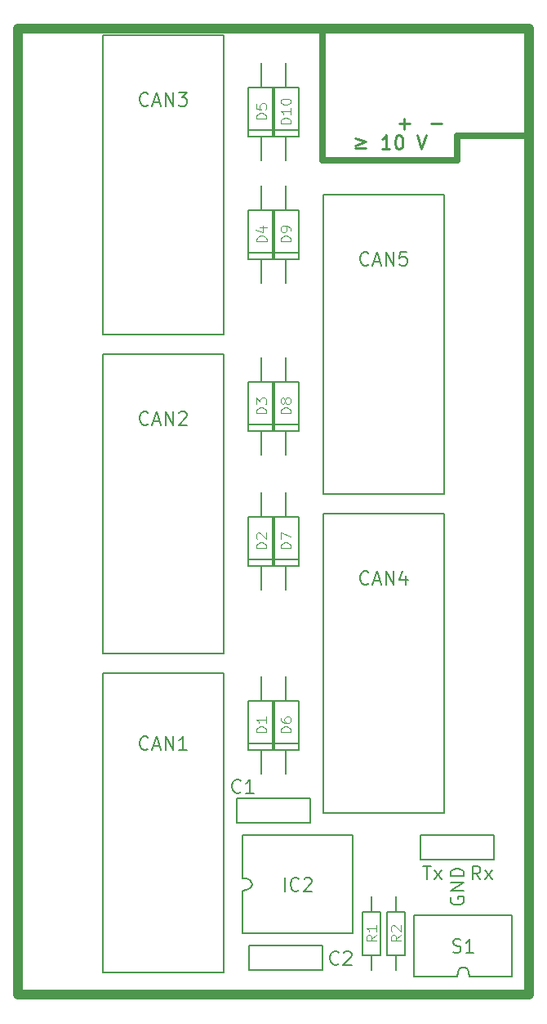
<source format=gto>
%FSLAX24Y24*%
%MOIN*%
%ADD10C,0.0040*%
%ADD11C,0.0053*%
%ADD12C,0.0069*%
%ADD13C,0.0106*%
%ADD14C,0.0250*%
%ADD15C,0.0394*%
D10*
G01X14645Y2430D02*
X14447Y2291D01*
X14645Y2192D02*
X14229Y2192D01*
X14229Y2192D02*
X14229Y2351D01*
X14229Y2351D02*
X14249Y2390D01*
X14249Y2390D02*
X14268Y2410D01*
X14268Y2410D02*
X14308Y2430D01*
X14308Y2430D02*
X14368Y2430D01*
X14368Y2430D02*
X14407Y2410D01*
X14407Y2410D02*
X14427Y2390D01*
X14427Y2390D02*
X14447Y2351D01*
X14447Y2351D02*
X14447Y2192D01*
X14645Y2827D02*
X14645Y2589D01*
X14645Y2708D02*
X14229Y2708D01*
X14229Y2708D02*
X14288Y2668D01*
X14288Y2668D02*
X14328Y2628D01*
X14328Y2628D02*
X14348Y2589D01*
X15645Y2430D02*
X15447Y2291D01*
X15645Y2192D02*
X15229Y2192D01*
X15229Y2192D02*
X15229Y2351D01*
X15229Y2351D02*
X15249Y2390D01*
X15249Y2390D02*
X15268Y2410D01*
X15268Y2410D02*
X15308Y2430D01*
X15308Y2430D02*
X15368Y2430D01*
X15368Y2430D02*
X15407Y2410D01*
X15407Y2410D02*
X15427Y2390D01*
X15427Y2390D02*
X15447Y2351D01*
X15447Y2351D02*
X15447Y2192D01*
X15268Y2589D02*
X15249Y2609D01*
X15249Y2609D02*
X15229Y2648D01*
X15229Y2648D02*
X15229Y2748D01*
X15229Y2748D02*
X15249Y2787D01*
X15249Y2787D02*
X15268Y2807D01*
X15268Y2807D02*
X15308Y2827D01*
X15308Y2827D02*
X15348Y2827D01*
X15348Y2827D02*
X15407Y2807D01*
X15407Y2807D02*
X15645Y2569D01*
X15645Y2569D02*
X15645Y2827D01*
X10155Y30692D02*
X9739Y30692D01*
X9739Y30692D02*
X9739Y30791D01*
X9739Y30791D02*
X9758Y30851D01*
X9758Y30851D02*
X9798Y30890D01*
X9798Y30890D02*
X9838Y30910D01*
X9838Y30910D02*
X9917Y30930D01*
X9917Y30930D02*
X9977Y30930D01*
X9977Y30930D02*
X10056Y30910D01*
X10056Y30910D02*
X10096Y30890D01*
X10096Y30890D02*
X10135Y30851D01*
X10135Y30851D02*
X10155Y30791D01*
X10155Y30791D02*
X10155Y30692D01*
X9877Y31287D02*
X10155Y31287D01*
X9719Y31188D02*
X10016Y31089D01*
X10016Y31089D02*
X10016Y31347D01*
X10145Y18192D02*
X9729Y18192D01*
X9729Y18192D02*
X9729Y18291D01*
X9729Y18291D02*
X9749Y18351D01*
X9749Y18351D02*
X9788Y18390D01*
X9788Y18390D02*
X9828Y18410D01*
X9828Y18410D02*
X9907Y18430D01*
X9907Y18430D02*
X9967Y18430D01*
X9967Y18430D02*
X10046Y18410D01*
X10046Y18410D02*
X10086Y18390D01*
X10086Y18390D02*
X10126Y18351D01*
X10126Y18351D02*
X10145Y18291D01*
X10145Y18291D02*
X10145Y18192D01*
X9768Y18589D02*
X9749Y18609D01*
X9749Y18609D02*
X9729Y18648D01*
X9729Y18648D02*
X9729Y18748D01*
X9729Y18748D02*
X9749Y18787D01*
X9749Y18787D02*
X9768Y18807D01*
X9768Y18807D02*
X9808Y18827D01*
X9808Y18827D02*
X9848Y18827D01*
X9848Y18827D02*
X9907Y18807D01*
X9907Y18807D02*
X10145Y18569D01*
X10145Y18569D02*
X10145Y18827D01*
X10145Y10692D02*
X9729Y10692D01*
X9729Y10692D02*
X9729Y10791D01*
X9729Y10791D02*
X9749Y10851D01*
X9749Y10851D02*
X9788Y10890D01*
X9788Y10890D02*
X9828Y10910D01*
X9828Y10910D02*
X9907Y10930D01*
X9907Y10930D02*
X9967Y10930D01*
X9967Y10930D02*
X10046Y10910D01*
X10046Y10910D02*
X10086Y10890D01*
X10086Y10890D02*
X10126Y10851D01*
X10126Y10851D02*
X10145Y10791D01*
X10145Y10791D02*
X10145Y10692D01*
X10145Y11327D02*
X10145Y11089D01*
X10145Y11208D02*
X9729Y11208D01*
X9729Y11208D02*
X9788Y11168D01*
X9788Y11168D02*
X9828Y11128D01*
X9828Y11128D02*
X9848Y11089D01*
X10145Y23692D02*
X9729Y23692D01*
X9729Y23692D02*
X9729Y23791D01*
X9729Y23791D02*
X9749Y23851D01*
X9749Y23851D02*
X9788Y23890D01*
X9788Y23890D02*
X9828Y23910D01*
X9828Y23910D02*
X9907Y23930D01*
X9907Y23930D02*
X9967Y23930D01*
X9967Y23930D02*
X10046Y23910D01*
X10046Y23910D02*
X10086Y23890D01*
X10086Y23890D02*
X10126Y23851D01*
X10126Y23851D02*
X10145Y23791D01*
X10145Y23791D02*
X10145Y23692D01*
X9729Y24069D02*
X9729Y24327D01*
X9729Y24327D02*
X9887Y24188D01*
X9887Y24188D02*
X9887Y24248D01*
X9887Y24248D02*
X9907Y24287D01*
X9907Y24287D02*
X9927Y24307D01*
X9927Y24307D02*
X9967Y24327D01*
X9967Y24327D02*
X10066Y24327D01*
X10066Y24327D02*
X10106Y24307D01*
X10106Y24307D02*
X10126Y24287D01*
X10126Y24287D02*
X10145Y24248D01*
X10145Y24248D02*
X10145Y24128D01*
X10145Y24128D02*
X10126Y24089D01*
X10126Y24089D02*
X10106Y24069D01*
X10145Y35692D02*
X9729Y35692D01*
X9729Y35692D02*
X9729Y35791D01*
X9729Y35791D02*
X9749Y35851D01*
X9749Y35851D02*
X9788Y35890D01*
X9788Y35890D02*
X9828Y35910D01*
X9828Y35910D02*
X9907Y35930D01*
X9907Y35930D02*
X9967Y35930D01*
X9967Y35930D02*
X10046Y35910D01*
X10046Y35910D02*
X10086Y35890D01*
X10086Y35890D02*
X10126Y35851D01*
X10126Y35851D02*
X10145Y35791D01*
X10145Y35791D02*
X10145Y35692D01*
X9729Y36307D02*
X9729Y36109D01*
X9729Y36109D02*
X9927Y36089D01*
X9927Y36089D02*
X9907Y36109D01*
X9907Y36109D02*
X9887Y36148D01*
X9887Y36148D02*
X9887Y36248D01*
X9887Y36248D02*
X9907Y36287D01*
X9907Y36287D02*
X9927Y36307D01*
X9927Y36307D02*
X9967Y36327D01*
X9967Y36327D02*
X10066Y36327D01*
X10066Y36327D02*
X10106Y36307D01*
X10106Y36307D02*
X10126Y36287D01*
X10126Y36287D02*
X10145Y36248D01*
X10145Y36248D02*
X10145Y36148D01*
X10145Y36148D02*
X10126Y36109D01*
X10126Y36109D02*
X10106Y36089D01*
X11145Y10692D02*
X10729Y10692D01*
X10729Y10692D02*
X10729Y10791D01*
X10729Y10791D02*
X10749Y10851D01*
X10749Y10851D02*
X10788Y10890D01*
X10788Y10890D02*
X10828Y10910D01*
X10828Y10910D02*
X10907Y10930D01*
X10907Y10930D02*
X10967Y10930D01*
X10967Y10930D02*
X11046Y10910D01*
X11046Y10910D02*
X11086Y10890D01*
X11086Y10890D02*
X11126Y10851D01*
X11126Y10851D02*
X11145Y10791D01*
X11145Y10791D02*
X11145Y10692D01*
X10729Y11287D02*
X10729Y11208D01*
X10729Y11208D02*
X10749Y11168D01*
X10749Y11168D02*
X10768Y11148D01*
X10768Y11148D02*
X10828Y11109D01*
X10828Y11109D02*
X10907Y11089D01*
X10907Y11089D02*
X11066Y11089D01*
X11066Y11089D02*
X11106Y11109D01*
X11106Y11109D02*
X11126Y11128D01*
X11126Y11128D02*
X11145Y11168D01*
X11145Y11168D02*
X11145Y11248D01*
X11145Y11248D02*
X11126Y11287D01*
X11126Y11287D02*
X11106Y11307D01*
X11106Y11307D02*
X11066Y11327D01*
X11066Y11327D02*
X10967Y11327D01*
X10967Y11327D02*
X10927Y11307D01*
X10927Y11307D02*
X10907Y11287D01*
X10907Y11287D02*
X10887Y11248D01*
X10887Y11248D02*
X10887Y11168D01*
X10887Y11168D02*
X10907Y11128D01*
X10907Y11128D02*
X10927Y11109D01*
X10927Y11109D02*
X10967Y11089D01*
X11145Y23692D02*
X10729Y23692D01*
X10729Y23692D02*
X10729Y23791D01*
X10729Y23791D02*
X10749Y23851D01*
X10749Y23851D02*
X10788Y23890D01*
X10788Y23890D02*
X10828Y23910D01*
X10828Y23910D02*
X10907Y23930D01*
X10907Y23930D02*
X10967Y23930D01*
X10967Y23930D02*
X11046Y23910D01*
X11046Y23910D02*
X11086Y23890D01*
X11086Y23890D02*
X11126Y23851D01*
X11126Y23851D02*
X11145Y23791D01*
X11145Y23791D02*
X11145Y23692D01*
X10907Y24168D02*
X10887Y24128D01*
X10887Y24128D02*
X10868Y24109D01*
X10868Y24109D02*
X10828Y24089D01*
X10828Y24089D02*
X10808Y24089D01*
X10808Y24089D02*
X10768Y24109D01*
X10768Y24109D02*
X10749Y24128D01*
X10749Y24128D02*
X10729Y24168D01*
X10729Y24168D02*
X10729Y24248D01*
X10729Y24248D02*
X10749Y24287D01*
X10749Y24287D02*
X10768Y24307D01*
X10768Y24307D02*
X10808Y24327D01*
X10808Y24327D02*
X10828Y24327D01*
X10828Y24327D02*
X10868Y24307D01*
X10868Y24307D02*
X10887Y24287D01*
X10887Y24287D02*
X10907Y24248D01*
X10907Y24248D02*
X10907Y24168D01*
X10907Y24168D02*
X10927Y24128D01*
X10927Y24128D02*
X10947Y24109D01*
X10947Y24109D02*
X10987Y24089D01*
X10987Y24089D02*
X11066Y24089D01*
X11066Y24089D02*
X11106Y24109D01*
X11106Y24109D02*
X11126Y24128D01*
X11126Y24128D02*
X11145Y24168D01*
X11145Y24168D02*
X11145Y24248D01*
X11145Y24248D02*
X11126Y24287D01*
X11126Y24287D02*
X11106Y24307D01*
X11106Y24307D02*
X11066Y24327D01*
X11066Y24327D02*
X10987Y24327D01*
X10987Y24327D02*
X10947Y24307D01*
X10947Y24307D02*
X10927Y24287D01*
X10927Y24287D02*
X10907Y24248D01*
X11145Y35494D02*
X10729Y35494D01*
X10729Y35494D02*
X10729Y35593D01*
X10729Y35593D02*
X10749Y35652D01*
X10749Y35652D02*
X10788Y35692D01*
X10788Y35692D02*
X10828Y35712D01*
X10828Y35712D02*
X10907Y35732D01*
X10907Y35732D02*
X10967Y35732D01*
X10967Y35732D02*
X11046Y35712D01*
X11046Y35712D02*
X11086Y35692D01*
X11086Y35692D02*
X11126Y35652D01*
X11126Y35652D02*
X11145Y35593D01*
X11145Y35593D02*
X11145Y35494D01*
X11145Y36128D02*
X11145Y35890D01*
X11145Y36009D02*
X10729Y36009D01*
X10729Y36009D02*
X10788Y35970D01*
X10788Y35970D02*
X10828Y35930D01*
X10828Y35930D02*
X10848Y35890D01*
X10729Y36386D02*
X10729Y36426D01*
X10729Y36426D02*
X10749Y36466D01*
X10749Y36466D02*
X10768Y36486D01*
X10768Y36486D02*
X10808Y36505D01*
X10808Y36505D02*
X10887Y36525D01*
X10887Y36525D02*
X10987Y36525D01*
X10987Y36525D02*
X11066Y36505D01*
X11066Y36505D02*
X11106Y36486D01*
X11106Y36486D02*
X11126Y36466D01*
X11126Y36466D02*
X11145Y36426D01*
X11145Y36426D02*
X11145Y36386D01*
X11145Y36386D02*
X11126Y36347D01*
X11126Y36347D02*
X11106Y36327D01*
X11106Y36327D02*
X11066Y36307D01*
X11066Y36307D02*
X10987Y36287D01*
X10987Y36287D02*
X10887Y36287D01*
X10887Y36287D02*
X10808Y36307D01*
X10808Y36307D02*
X10768Y36327D01*
X10768Y36327D02*
X10749Y36347D01*
X10749Y36347D02*
X10729Y36386D01*
X11145Y18192D02*
X10729Y18192D01*
X10729Y18192D02*
X10729Y18291D01*
X10729Y18291D02*
X10749Y18351D01*
X10749Y18351D02*
X10788Y18390D01*
X10788Y18390D02*
X10828Y18410D01*
X10828Y18410D02*
X10907Y18430D01*
X10907Y18430D02*
X10967Y18430D01*
X10967Y18430D02*
X11046Y18410D01*
X11046Y18410D02*
X11086Y18390D01*
X11086Y18390D02*
X11126Y18351D01*
X11126Y18351D02*
X11145Y18291D01*
X11145Y18291D02*
X11145Y18192D01*
X10729Y18569D02*
X10729Y18847D01*
X10729Y18847D02*
X11145Y18668D01*
X11145Y30692D02*
X10729Y30692D01*
X10729Y30692D02*
X10729Y30791D01*
X10729Y30791D02*
X10749Y30851D01*
X10749Y30851D02*
X10788Y30890D01*
X10788Y30890D02*
X10828Y30910D01*
X10828Y30910D02*
X10907Y30930D01*
X10907Y30930D02*
X10967Y30930D01*
X10967Y30930D02*
X11046Y30910D01*
X11046Y30910D02*
X11086Y30890D01*
X11086Y30890D02*
X11126Y30851D01*
X11126Y30851D02*
X11145Y30791D01*
X11145Y30791D02*
X11145Y30692D01*
X11145Y31128D02*
X11145Y31208D01*
X11145Y31208D02*
X11126Y31248D01*
X11126Y31248D02*
X11106Y31267D01*
X11106Y31267D02*
X11046Y31307D01*
X11046Y31307D02*
X10967Y31327D01*
X10967Y31327D02*
X10808Y31327D01*
X10808Y31327D02*
X10768Y31307D01*
X10768Y31307D02*
X10749Y31287D01*
X10749Y31287D02*
X10729Y31248D01*
X10729Y31248D02*
X10729Y31168D01*
X10729Y31168D02*
X10749Y31128D01*
X10749Y31128D02*
X10768Y31109D01*
X10768Y31109D02*
X10808Y31089D01*
X10808Y31089D02*
X10907Y31089D01*
X10907Y31089D02*
X10947Y31109D01*
X10947Y31109D02*
X10967Y31128D01*
X10967Y31128D02*
X10987Y31168D01*
X10987Y31168D02*
X10987Y31248D01*
X10987Y31248D02*
X10967Y31287D01*
X10967Y31287D02*
X10947Y31307D01*
X10947Y31307D02*
X10907Y31327D01*
D11*
G01X10895Y4222D02*
X10895Y4777D01*
X11477Y4275D02*
X11450Y4248D01*
X11450Y4248D02*
X11371Y4222D01*
X11371Y4222D02*
X11318Y4222D01*
X11318Y4222D02*
X11239Y4248D01*
X11239Y4248D02*
X11186Y4301D01*
X11186Y4301D02*
X11159Y4354D01*
X11159Y4354D02*
X11133Y4460D01*
X11133Y4460D02*
X11133Y4539D01*
X11133Y4539D02*
X11159Y4645D01*
X11159Y4645D02*
X11186Y4698D01*
X11186Y4698D02*
X11239Y4751D01*
X11239Y4751D02*
X11318Y4777D01*
X11318Y4777D02*
X11371Y4777D01*
X11371Y4777D02*
X11450Y4751D01*
X11450Y4751D02*
X11477Y4724D01*
X11688Y4724D02*
X11715Y4751D01*
X11715Y4751D02*
X11768Y4777D01*
X11768Y4777D02*
X11900Y4777D01*
X11900Y4777D02*
X11953Y4751D01*
X11953Y4751D02*
X11979Y4724D01*
X11979Y4724D02*
X12006Y4671D01*
X12006Y4671D02*
X12006Y4619D01*
X12006Y4619D02*
X11979Y4539D01*
X11979Y4539D02*
X11662Y4222D01*
X11662Y4222D02*
X12006Y4222D01*
X13094Y1275D02*
X13068Y1248D01*
X13068Y1248D02*
X12989Y1222D01*
X12989Y1222D02*
X12936Y1222D01*
X12936Y1222D02*
X12856Y1248D01*
X12856Y1248D02*
X12803Y1301D01*
X12803Y1301D02*
X12777Y1354D01*
X12777Y1354D02*
X12751Y1460D01*
X12751Y1460D02*
X12751Y1539D01*
X12751Y1539D02*
X12777Y1645D01*
X12777Y1645D02*
X12803Y1698D01*
X12803Y1698D02*
X12856Y1751D01*
X12856Y1751D02*
X12936Y1777D01*
X12936Y1777D02*
X12989Y1777D01*
X12989Y1777D02*
X13068Y1751D01*
X13068Y1751D02*
X13094Y1724D01*
X13306Y1724D02*
X13333Y1751D01*
X13333Y1751D02*
X13385Y1777D01*
X13385Y1777D02*
X13518Y1777D01*
X13518Y1777D02*
X13571Y1751D01*
X13571Y1751D02*
X13597Y1724D01*
X13597Y1724D02*
X13624Y1671D01*
X13624Y1671D02*
X13624Y1619D01*
X13624Y1619D02*
X13597Y1539D01*
X13597Y1539D02*
X13280Y1222D01*
X13280Y1222D02*
X13624Y1222D01*
X9094Y8275D02*
X9068Y8248D01*
X9068Y8248D02*
X8989Y8222D01*
X8989Y8222D02*
X8936Y8222D01*
X8936Y8222D02*
X8856Y8248D01*
X8856Y8248D02*
X8803Y8301D01*
X8803Y8301D02*
X8777Y8354D01*
X8777Y8354D02*
X8751Y8460D01*
X8751Y8460D02*
X8751Y8539D01*
X8751Y8539D02*
X8777Y8645D01*
X8777Y8645D02*
X8803Y8698D01*
X8803Y8698D02*
X8856Y8751D01*
X8856Y8751D02*
X8936Y8777D01*
X8936Y8777D02*
X8989Y8777D01*
X8989Y8777D02*
X9068Y8751D01*
X9068Y8751D02*
X9094Y8724D01*
X9624Y8222D02*
X9306Y8222D01*
X9465Y8222D02*
X9465Y8777D01*
X9465Y8777D02*
X9412Y8698D01*
X9412Y8698D02*
X9359Y8645D01*
X9359Y8645D02*
X9306Y8619D01*
X5315Y10025D02*
X5289Y9998D01*
X5289Y9998D02*
X5210Y9972D01*
X5210Y9972D02*
X5157Y9972D01*
X5157Y9972D02*
X5077Y9998D01*
X5077Y9998D02*
X5024Y10051D01*
X5024Y10051D02*
X4998Y10104D01*
X4998Y10104D02*
X4971Y10210D01*
X4971Y10210D02*
X4971Y10289D01*
X4971Y10289D02*
X4998Y10395D01*
X4998Y10395D02*
X5024Y10448D01*
X5024Y10448D02*
X5077Y10501D01*
X5077Y10501D02*
X5157Y10527D01*
X5157Y10527D02*
X5210Y10527D01*
X5210Y10527D02*
X5289Y10501D01*
X5289Y10501D02*
X5315Y10474D01*
X5527Y10130D02*
X5792Y10130D01*
X5474Y9972D02*
X5659Y10527D01*
X5659Y10527D02*
X5844Y9972D01*
X6030Y9972D02*
X6030Y10527D01*
X6030Y10527D02*
X6347Y9972D01*
X6347Y9972D02*
X6347Y10527D01*
X6903Y9972D02*
X6585Y9972D01*
X6744Y9972D02*
X6744Y10527D01*
X6744Y10527D02*
X6691Y10448D01*
X6691Y10448D02*
X6638Y10395D01*
X6638Y10395D02*
X6585Y10369D01*
X5315Y23275D02*
X5289Y23248D01*
X5289Y23248D02*
X5210Y23222D01*
X5210Y23222D02*
X5157Y23222D01*
X5157Y23222D02*
X5077Y23248D01*
X5077Y23248D02*
X5024Y23301D01*
X5024Y23301D02*
X4998Y23354D01*
X4998Y23354D02*
X4971Y23460D01*
X4971Y23460D02*
X4971Y23539D01*
X4971Y23539D02*
X4998Y23645D01*
X4998Y23645D02*
X5024Y23698D01*
X5024Y23698D02*
X5077Y23751D01*
X5077Y23751D02*
X5157Y23777D01*
X5157Y23777D02*
X5210Y23777D01*
X5210Y23777D02*
X5289Y23751D01*
X5289Y23751D02*
X5315Y23724D01*
X5527Y23380D02*
X5792Y23380D01*
X5474Y23222D02*
X5659Y23777D01*
X5659Y23777D02*
X5844Y23222D01*
X6030Y23222D02*
X6030Y23777D01*
X6030Y23777D02*
X6347Y23222D01*
X6347Y23222D02*
X6347Y23777D01*
X6585Y23724D02*
X6612Y23751D01*
X6612Y23751D02*
X6665Y23777D01*
X6665Y23777D02*
X6797Y23777D01*
X6797Y23777D02*
X6850Y23751D01*
X6850Y23751D02*
X6876Y23724D01*
X6876Y23724D02*
X6903Y23671D01*
X6903Y23671D02*
X6903Y23619D01*
X6903Y23619D02*
X6876Y23539D01*
X6876Y23539D02*
X6559Y23222D01*
X6559Y23222D02*
X6903Y23222D01*
X5315Y36275D02*
X5289Y36248D01*
X5289Y36248D02*
X5210Y36222D01*
X5210Y36222D02*
X5157Y36222D01*
X5157Y36222D02*
X5077Y36248D01*
X5077Y36248D02*
X5024Y36301D01*
X5024Y36301D02*
X4998Y36354D01*
X4998Y36354D02*
X4971Y36460D01*
X4971Y36460D02*
X4971Y36539D01*
X4971Y36539D02*
X4998Y36645D01*
X4998Y36645D02*
X5024Y36698D01*
X5024Y36698D02*
X5077Y36751D01*
X5077Y36751D02*
X5157Y36777D01*
X5157Y36777D02*
X5210Y36777D01*
X5210Y36777D02*
X5289Y36751D01*
X5289Y36751D02*
X5315Y36724D01*
X5527Y36380D02*
X5792Y36380D01*
X5474Y36222D02*
X5659Y36777D01*
X5659Y36777D02*
X5844Y36222D01*
X6030Y36222D02*
X6030Y36777D01*
X6030Y36777D02*
X6347Y36222D01*
X6347Y36222D02*
X6347Y36777D01*
X6559Y36777D02*
X6903Y36777D01*
X6903Y36777D02*
X6717Y36566D01*
X6717Y36566D02*
X6797Y36566D01*
X6797Y36566D02*
X6850Y36539D01*
X6850Y36539D02*
X6876Y36513D01*
X6876Y36513D02*
X6903Y36460D01*
X6903Y36460D02*
X6903Y36328D01*
X6903Y36328D02*
X6876Y36275D01*
X6876Y36275D02*
X6850Y36248D01*
X6850Y36248D02*
X6797Y36222D01*
X6797Y36222D02*
X6638Y36222D01*
X6638Y36222D02*
X6585Y36248D01*
X6585Y36248D02*
X6559Y36275D01*
X14315Y16761D02*
X14289Y16735D01*
X14289Y16735D02*
X14210Y16708D01*
X14210Y16708D02*
X14157Y16708D01*
X14157Y16708D02*
X14077Y16735D01*
X14077Y16735D02*
X14024Y16788D01*
X14024Y16788D02*
X13998Y16841D01*
X13998Y16841D02*
X13971Y16947D01*
X13971Y16947D02*
X13971Y17026D01*
X13971Y17026D02*
X13998Y17132D01*
X13998Y17132D02*
X14024Y17185D01*
X14024Y17185D02*
X14077Y17238D01*
X14077Y17238D02*
X14157Y17264D01*
X14157Y17264D02*
X14210Y17264D01*
X14210Y17264D02*
X14289Y17238D01*
X14289Y17238D02*
X14315Y17211D01*
X14527Y16867D02*
X14792Y16867D01*
X14474Y16708D02*
X14659Y17264D01*
X14659Y17264D02*
X14844Y16708D01*
X15030Y16708D02*
X15030Y17264D01*
X15030Y17264D02*
X15347Y16708D01*
X15347Y16708D02*
X15347Y17264D01*
X15850Y17079D02*
X15850Y16708D01*
X15717Y17291D02*
X15585Y16894D01*
X15585Y16894D02*
X15929Y16894D01*
X14315Y29775D02*
X14289Y29748D01*
X14289Y29748D02*
X14210Y29722D01*
X14210Y29722D02*
X14157Y29722D01*
X14157Y29722D02*
X14077Y29748D01*
X14077Y29748D02*
X14024Y29801D01*
X14024Y29801D02*
X13998Y29854D01*
X13998Y29854D02*
X13971Y29960D01*
X13971Y29960D02*
X13971Y30039D01*
X13971Y30039D02*
X13998Y30145D01*
X13998Y30145D02*
X14024Y30198D01*
X14024Y30198D02*
X14077Y30251D01*
X14077Y30251D02*
X14157Y30277D01*
X14157Y30277D02*
X14210Y30277D01*
X14210Y30277D02*
X14289Y30251D01*
X14289Y30251D02*
X14315Y30224D01*
X14527Y29880D02*
X14792Y29880D01*
X14474Y29722D02*
X14659Y30277D01*
X14659Y30277D02*
X14844Y29722D01*
X15030Y29722D02*
X15030Y30277D01*
X15030Y30277D02*
X15347Y29722D01*
X15347Y29722D02*
X15347Y30277D01*
X15876Y30277D02*
X15612Y30277D01*
X15612Y30277D02*
X15585Y30013D01*
X15585Y30013D02*
X15612Y30039D01*
X15612Y30039D02*
X15665Y30066D01*
X15665Y30066D02*
X15797Y30066D01*
X15797Y30066D02*
X15850Y30039D01*
X15850Y30039D02*
X15876Y30013D01*
X15876Y30013D02*
X15903Y29960D01*
X15903Y29960D02*
X15903Y29828D01*
X15903Y29828D02*
X15876Y29775D01*
X15876Y29775D02*
X15850Y29748D01*
X15850Y29748D02*
X15797Y29722D01*
X15797Y29722D02*
X15665Y29722D01*
X15665Y29722D02*
X15612Y29748D01*
X15612Y29748D02*
X15585Y29775D01*
X17764Y1748D02*
X17843Y1722D01*
X17843Y1722D02*
X17975Y1722D01*
X17975Y1722D02*
X18028Y1748D01*
X18028Y1748D02*
X18055Y1775D01*
X18055Y1775D02*
X18081Y1828D01*
X18081Y1828D02*
X18081Y1880D01*
X18081Y1880D02*
X18055Y1933D01*
X18055Y1933D02*
X18028Y1960D01*
X18028Y1960D02*
X17975Y1986D01*
X17975Y1986D02*
X17870Y2013D01*
X17870Y2013D02*
X17817Y2039D01*
X17817Y2039D02*
X17790Y2066D01*
X17790Y2066D02*
X17764Y2119D01*
X17764Y2119D02*
X17764Y2171D01*
X17764Y2171D02*
X17790Y2224D01*
X17790Y2224D02*
X17817Y2251D01*
X17817Y2251D02*
X17870Y2277D01*
X17870Y2277D02*
X18002Y2277D01*
X18002Y2277D02*
X18081Y2251D01*
X18610Y1722D02*
X18293Y1722D01*
X18452Y1722D02*
X18452Y2277D01*
X18452Y2277D02*
X18399Y2198D01*
X18399Y2198D02*
X18346Y2145D01*
X18346Y2145D02*
X18293Y2119D01*
X16553Y5250D02*
X16871Y5250D01*
X16712Y4694D02*
X16712Y5250D01*
X17003Y4694D02*
X17294Y5064D01*
X17003Y5064D02*
X17294Y4694D01*
X18884Y4694D02*
X18699Y4958D01*
X18567Y4694D02*
X18567Y5250D01*
X18567Y5250D02*
X18778Y5250D01*
X18778Y5250D02*
X18831Y5223D01*
X18831Y5223D02*
X18858Y5197D01*
X18858Y5197D02*
X18884Y5144D01*
X18884Y5144D02*
X18884Y5064D01*
X18884Y5064D02*
X18858Y5011D01*
X18858Y5011D02*
X18831Y4985D01*
X18831Y4985D02*
X18778Y4958D01*
X18778Y4958D02*
X18567Y4958D01*
X19069Y4694D02*
X19360Y5064D01*
X19069Y5064D02*
X19360Y4694D01*
X17686Y3980D02*
X17659Y3927D01*
X17659Y3927D02*
X17659Y3847D01*
X17659Y3847D02*
X17686Y3768D01*
X17686Y3768D02*
X17739Y3715D01*
X17739Y3715D02*
X17792Y3689D01*
X17792Y3689D02*
X17897Y3662D01*
X17897Y3662D02*
X17977Y3662D01*
X17977Y3662D02*
X18083Y3689D01*
X18083Y3689D02*
X18135Y3715D01*
X18135Y3715D02*
X18188Y3768D01*
X18188Y3768D02*
X18215Y3847D01*
X18215Y3847D02*
X18215Y3900D01*
X18215Y3900D02*
X18188Y3980D01*
X18188Y3980D02*
X18162Y4006D01*
X18162Y4006D02*
X17977Y4006D01*
X17977Y4006D02*
X17977Y3900D01*
X18215Y4244D02*
X17659Y4244D01*
X17659Y4244D02*
X18215Y4562D01*
X18215Y4562D02*
X17659Y4562D01*
X18215Y4826D02*
X17659Y4826D01*
X17659Y4826D02*
X17659Y4958D01*
X17659Y4958D02*
X17686Y5038D01*
X17686Y5038D02*
X17739Y5091D01*
X17739Y5091D02*
X17792Y5117D01*
X17792Y5117D02*
X17897Y5144D01*
X17897Y5144D02*
X17977Y5144D01*
X17977Y5144D02*
X18083Y5117D01*
X18083Y5117D02*
X18135Y5091D01*
X18135Y5091D02*
X18188Y5038D01*
X18188Y5038D02*
X18215Y4958D01*
X18215Y4958D02*
X18215Y4826D01*
D12*
G01X9187Y4749D02*
X9351Y4728D01*
X9468Y4671D01*
X9539Y4591D01*
X9562Y4499D01*
X9539Y4408D01*
X9468Y4328D01*
X9351Y4271D01*
X9187Y4249D01*
X9187Y4749D02*
X9187Y6500D01*
X9187Y4249D02*
X9187Y2499D01*
X9187Y6500D02*
X13687Y6500D01*
X13687Y6500D02*
X13687Y2499D01*
X13687Y2499D02*
X9187Y2499D01*
X14062Y3375D02*
X14062Y1625D01*
X14437Y4000D02*
X14437Y3375D01*
X14812Y3375D02*
X14062Y3375D01*
X14812Y3375D02*
X14812Y1624D01*
X14812Y1624D02*
X14062Y1625D01*
X14437Y999D02*
X14437Y1624D01*
X15062Y3375D02*
X15062Y1625D01*
X15437Y4000D02*
X15437Y3375D01*
X15812Y3375D02*
X15062Y3375D01*
X15812Y3375D02*
X15812Y1624D01*
X15812Y1624D02*
X15062Y1625D01*
X15437Y999D02*
X15437Y1624D01*
X12437Y1000D02*
X9437Y1000D01*
X12437Y1000D02*
X12437Y1999D01*
X9437Y1000D02*
X9437Y2000D01*
X12437Y1999D02*
X9437Y2000D01*
X8937Y8000D02*
X11937Y8000D01*
X8937Y8000D02*
X8937Y7000D01*
X11937Y8000D02*
X11937Y7000D01*
X8937Y7000D02*
X11937Y7000D01*
X8398Y897D02*
X3476Y897D01*
X3476Y897D02*
X3476Y13102D01*
X8398Y897D02*
X8398Y13102D01*
X8398Y13102D02*
X3476Y13102D01*
X8398Y13897D02*
X3476Y13897D01*
X3476Y13897D02*
X3476Y26102D01*
X8398Y13897D02*
X8398Y26102D01*
X8398Y26102D02*
X3476Y26102D01*
X8398Y26897D02*
X3476Y26897D01*
X3476Y26897D02*
X3476Y39102D01*
X8398Y26897D02*
X8398Y39102D01*
X8398Y39102D02*
X3476Y39102D01*
X17398Y7397D02*
X12476Y7397D01*
X12476Y7397D02*
X12476Y19602D01*
X17398Y7397D02*
X17398Y19602D01*
X17398Y19602D02*
X12476Y19602D01*
X17398Y20397D02*
X12476Y20397D01*
X12476Y20397D02*
X12476Y32602D01*
X17398Y20397D02*
X17398Y32602D01*
X17398Y32602D02*
X12476Y32602D01*
X9937Y32987D02*
X9937Y31987D01*
X10462Y31987D02*
X9412Y31987D01*
X9937Y29012D02*
X9937Y29987D01*
X10462Y29987D02*
X9412Y29987D01*
X10462Y31987D02*
X10462Y29987D01*
X9412Y31987D02*
X9412Y29987D01*
X10462Y30237D02*
X9412Y30237D01*
X9937Y20487D02*
X9937Y19487D01*
X10462Y19487D02*
X9412Y19487D01*
X9937Y16512D02*
X9937Y17487D01*
X10462Y17487D02*
X9412Y17487D01*
X10462Y19487D02*
X10462Y17487D01*
X9412Y19487D02*
X9412Y17487D01*
X10462Y17737D02*
X9412Y17737D01*
X9937Y12987D02*
X9937Y11987D01*
X10462Y11987D02*
X9412Y11987D01*
X9937Y9012D02*
X9937Y9987D01*
X10462Y9987D02*
X9412Y9987D01*
X10462Y11987D02*
X10462Y9987D01*
X9412Y11987D02*
X9412Y9987D01*
X10462Y10237D02*
X9412Y10237D01*
X9937Y25987D02*
X9937Y24987D01*
X10462Y24987D02*
X9412Y24987D01*
X9937Y22012D02*
X9937Y22987D01*
X10462Y22987D02*
X9412Y22987D01*
X10462Y24987D02*
X10462Y22987D01*
X9412Y24987D02*
X9412Y22987D01*
X10462Y23237D02*
X9412Y23237D01*
X9937Y37987D02*
X9937Y36987D01*
X10462Y36987D02*
X9412Y36987D01*
X9937Y34012D02*
X9937Y34987D01*
X10462Y34987D02*
X9412Y34987D01*
X10462Y36987D02*
X10462Y34987D01*
X9412Y36987D02*
X9412Y34987D01*
X10462Y35237D02*
X9412Y35237D01*
X10937Y12987D02*
X10937Y11987D01*
X11462Y11987D02*
X10412Y11987D01*
X10937Y9012D02*
X10937Y9987D01*
X11462Y9987D02*
X10412Y9987D01*
X11462Y11987D02*
X11462Y9987D01*
X10412Y11987D02*
X10412Y9987D01*
X11462Y10237D02*
X10412Y10237D01*
X10937Y25987D02*
X10937Y24987D01*
X11462Y24987D02*
X10412Y24987D01*
X10937Y22012D02*
X10937Y22987D01*
X11462Y22987D02*
X10412Y22987D01*
X11462Y24987D02*
X11462Y22987D01*
X10412Y24987D02*
X10412Y22987D01*
X11462Y23237D02*
X10412Y23237D01*
X10937Y37987D02*
X10937Y36987D01*
X11462Y36987D02*
X10412Y36987D01*
X10937Y34012D02*
X10937Y34987D01*
X11462Y34987D02*
X10412Y34987D01*
X11462Y36987D02*
X11462Y34987D01*
X10412Y36987D02*
X10412Y34987D01*
X11462Y35237D02*
X10412Y35237D01*
X10937Y20487D02*
X10937Y19487D01*
X11462Y19487D02*
X10412Y19487D01*
X10937Y16512D02*
X10937Y17487D01*
X11462Y17487D02*
X10412Y17487D01*
X11462Y19487D02*
X11462Y17487D01*
X10412Y19487D02*
X10412Y17487D01*
X11462Y17737D02*
X10412Y17737D01*
X10937Y32987D02*
X10937Y31987D01*
X11462Y31987D02*
X10412Y31987D01*
X10937Y29012D02*
X10937Y29987D01*
X11462Y29987D02*
X10412Y29987D01*
X11462Y31987D02*
X11462Y29987D01*
X10412Y31987D02*
X10412Y29987D01*
X11462Y30237D02*
X10412Y30237D01*
X17937Y750D02*
X17959Y914D01*
X18015Y1031D01*
X18095Y1101D01*
X18187Y1125D01*
X18279Y1101D01*
X18359Y1031D01*
X18416Y914D01*
X18437Y750D01*
X17937Y750D02*
X16187Y750D01*
X18437Y750D02*
X20187Y749D01*
X16187Y750D02*
X16187Y3250D01*
X16187Y3250D02*
X20187Y3250D01*
X20187Y3250D02*
X20187Y749D01*
X16437Y6500D02*
X19437Y6500D01*
X16437Y5500D02*
X19437Y5500D01*
X16437Y5500D02*
X16437Y6500D01*
X19437Y5500D02*
X19437Y6500D01*
D13*
G01X15569Y35500D02*
X15993Y35500D01*
X15781Y35288D02*
X15781Y35711D01*
X16881Y35500D02*
X17305Y35500D01*
X13785Y34498D02*
X14208Y34498D01*
X13785Y34604D02*
X14208Y34763D01*
X14208Y34763D02*
X13785Y34921D01*
X15187Y34472D02*
X14870Y34472D01*
X15028Y34472D02*
X15028Y35027D01*
X15028Y35027D02*
X14975Y34948D01*
X14975Y34948D02*
X14922Y34895D01*
X14922Y34895D02*
X14870Y34869D01*
X15531Y35027D02*
X15584Y35027D01*
X15584Y35027D02*
X15637Y35001D01*
X15637Y35001D02*
X15663Y34974D01*
X15663Y34974D02*
X15690Y34921D01*
X15690Y34921D02*
X15716Y34816D01*
X15716Y34816D02*
X15716Y34683D01*
X15716Y34683D02*
X15690Y34578D01*
X15690Y34578D02*
X15663Y34525D01*
X15663Y34525D02*
X15637Y34498D01*
X15637Y34498D02*
X15584Y34472D01*
X15584Y34472D02*
X15531Y34472D01*
X15531Y34472D02*
X15478Y34498D01*
X15478Y34498D02*
X15452Y34525D01*
X15452Y34525D02*
X15425Y34578D01*
X15425Y34578D02*
X15399Y34683D01*
X15399Y34683D02*
X15399Y34816D01*
X15399Y34816D02*
X15425Y34921D01*
X15425Y34921D02*
X15452Y34974D01*
X15452Y34974D02*
X15478Y35001D01*
X15478Y35001D02*
X15531Y35027D01*
X16298Y35027D02*
X16483Y34472D01*
X16483Y34472D02*
X16669Y35027D01*
D14*
G01X12437Y34000D02*
X12437Y39250D01*
X17937Y35000D02*
X20687Y35000D01*
X12437Y34000D02*
X17937Y34000D01*
X17937Y34000D02*
X17937Y35000D01*
D15*
G01X0Y0D02*
X0Y39370D01*
X20866Y39370D01*
X20866Y0D01*
X0Y0D01*
M02*

</source>
